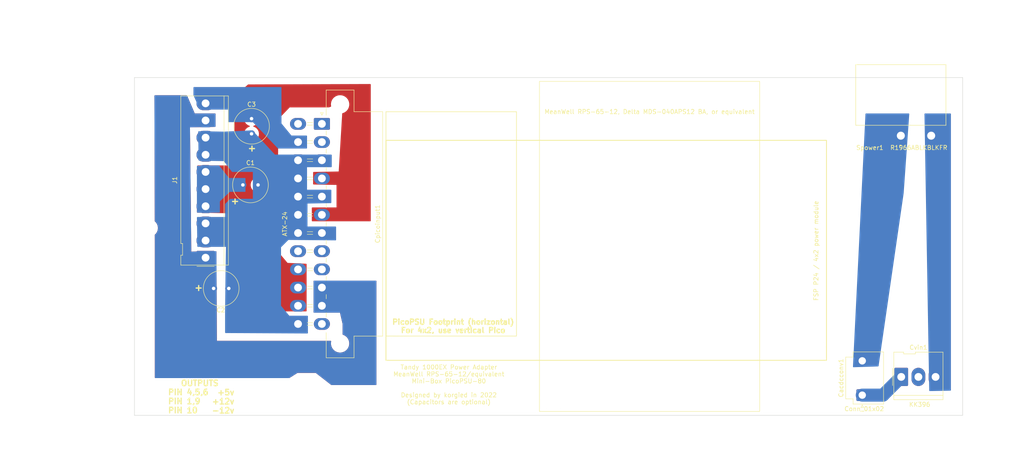
<source format=kicad_pcb>
(kicad_pcb (version 20211014) (generator pcbnew)
  (title_block (title "Tandy 1000EX Power Supply Adapter") (date "2022-09-28") (rev "1") (company "korgied"))
  (layers (0 "F.Cu" signal) (31 "B.Cu" signal) (34 "B.Paste" user) (35 "F.Paste" user) (36 "B.SilkS" user "B.Silkscreen") (37 "F.SilkS" user "F.Silkscreen") (38 "B.Mask" user) (39 "F.Mask" user) (44 "Edge.Cuts" user))
  (net 0 "")
  (net 1 "/neutral")
  (net 6 "/+12v")
  (net 7 "Earth")
  (net 8 "/-12v")
  (net 9 "/GND")
  (net 10 "/+5V")
  (net 11 "/hot")
  (net 12 "/switched_hot")
  (footprint "e-switch:SW_R1966ABLKBLKFR" (layer "F.Cu") (at 220.75 62.43)
    (fp_text reference "Spower1" (at -7.15 2.77) (layer "F.SilkS"))
    (fp_text value "R1966ABLKBLKFR" (at 4.15 2.77) (layer "F.SilkS"))
    (fp_line (start -10.4 -2.4) (end 10.4 -2.4) (layer "F.SilkS") (width 0.127))
    (fp_line (start -10.4 -16.4) (end 10.4 -16.4) (layer "F.SilkS") (width 0.127))
    (fp_line (start -10.4 -2.4) (end -10.4 -16.4) (layer "F.SilkS") (width 0.127))
    (fp_line (start 10.4 -16.4) (end 10.4 -2.4) (layer "F.SilkS") (width 0.127))
    (fp_circle (center -0.153 2.286) (end -0.053 2.286) (layer "F.SilkS") (width 0.2) (fill none))
    (pad "1" thru_hole rect locked (at 0 0) (size 2.775 2.775) (drill 1.85) (layers *.Cu *.Mask) (net 12 "/switched_hot"))
    (pad "1A" thru_hole circle locked (at 7 0) (size 2.775 2.775) (drill 1.85) (layers *.Cu *.Mask) (net 11 "/hot"))
  )
  (footprint "Connector_Molex:Molex_Mini-Fit_Jr_5569-24A1_2x12_P4.20mm_Horizontal" (layer "F.Cu") (at 87.225 59.7 -90)
    (fp_text reference "Cpicoinput1" (at 23.1 -12.85 90) (layer "F.SilkS"))
    (fp_text value "ATX-24" (at 23.1 8.55 90) (layer "F.SilkS"))
    (fp_line (start 20.7 2.11) (end 20.7 3.39) (layer "F.SilkS") (width 0.12))
    (fp_line (start 12.3 2.11) (end 12.3 3.39) (layer "F.SilkS") (width 0.12))
    (fp_line (start -2 0) (end -2.6 0.3) (layer "F.SilkS") (width 0.12))
    (fp_line (start -7.81 -0.99) (end -2 -0.99) (layer "F.SilkS") (width 0.12))
    (fp_line (start 41.7 2.11) (end 41.7 3.39) (layer "F.SilkS") (width 0.12))
    (fp_line (start 37.5 2.11) (end 37.5 3.39) (layer "F.SilkS") (width 0.12))
    (fp_line (start 18.41 -1) (end 19.39 -1) (layer "F.SilkS") (width 0.12))
    (fp_line (start 46.5 2.11) (end 46.5 3.39) (layer "F.SilkS") (width 0.12))
    (fp_line (start 35.21 -1) (end 36.19 -1) (layer "F.SilkS") (width 0.12))
    (fp_line (start 54.01 -0.99) (end 48.2 -0.99) (layer "F.SilkS") (width 0.12))
    (fp_line (start 54.01 -7.41) (end 54.01 -0.99) (layer "F.SilkS") (width 0.12))
    (fp_line (start 31.01 -1) (end 31.99 -1) (layer "F.SilkS") (width 0.12))
    (fp_line (start 33.3 2.11) (end 33.3 3.39) (layer "F.SilkS") (width 0.12))
    (fp_line (start 23.1 -14.01) (end 49.01 -14.01) (layer "F.SilkS") (width 0.12))
    (fp_line (start 49.01 -7.41) (end 54.01 -7.41) (layer "F.SilkS") (width 0.12))
    (fp_line (start 4.5 2.11) (end 4.5 3.39) (layer "F.SilkS") (width 0.12))
    (fp_line (start 42.3 2.11) (end 42.3 3.39) (layer "F.SilkS") (width 0.12))
    (fp_line (start 26.81 -1) (end 27.79 -1) (layer "F.SilkS") (width 0.12))
    (fp_line (start 29.1 2.11) (end 29.1 3.39) (layer "F.SilkS") (width 0.12))
    (fp_line (start 14.21 -1) (end 15.19 -1) (layer "F.SilkS") (width 0.12))
    (fp_line (start 23.1 -14.01) (end -2.81 -14.01) (layer "F.SilkS") (width 0.12))
    (fp_line (start 1.61 -1) (end 2.59 -1) (layer "F.SilkS") (width 0.12))
    (fp_line (start 45.9 2.11) (end 45.9 3.39) (layer "F.SilkS") (width 0.12))
    (fp_line (start -2.6 -0.3) (end -2 0) (layer "F.SilkS") (width 0.12))
    (fp_line (start 49.01 -14.01) (end 49.01 -7.41) (layer "F.SilkS") (width 0.12))
    (fp_line (start -7.81 -7.41) (end -7.81 -0.99) (layer "F.SilkS") (width 0.12))
    (fp_line (start 16.5 2.11) (end 16.5 3.39) (layer "F.SilkS") (width 0.12))
    (fp_line (start 33.9 2.11) (end 33.9 3.39) (layer "F.SilkS") (width 0.12))
    (fp_line (start 24.9 2.11) (end 24.9 3.39) (layer "F.SilkS") (width 0.12))
    (fp_line (start 10.01 -1) (end 10.99 -1) (layer "F.SilkS") (width 0.12))
    (fp_line (start -2.6 0.3) (end -2.6 -0.3) (layer "F.SilkS") (width 0.12))
    (fp_line (start 5.81 -1) (end 6.79 -1) (layer "F.SilkS") (width 0.12))
    (fp_line (start 39.41 -1) (end 40.39 -1) (layer "F.SilkS") (width 0.12))
    (fp_line (start 43.61 -1) (end 44.59 -1) (layer "F.SilkS") (width 0.12))
    (fp_line (start 0.3 2.11) (end 0.3 3.39) (layer "F.SilkS") (width 0.12))
    (fp_line (start 12.9 2.11) (end 12.9 3.39) (layer "F.SilkS") (width 0.12))
    (fp_line (start -2.81 -14.01) (end -2.81 -7.41) (layer "F.SilkS") (width 0.12))
    (fp_line (start 8.7 2.11) (end 8.7 3.39) (layer "F.SilkS") (width 0.12))
    (fp_line (start 25.5 2.11) (end 25.5 3.39) (layer "F.SilkS") (width 0.12))
    (fp_line (start 8.1 2.11) (end 8.1 3.39) (layer "F.SilkS") (width 0.12))
    (fp_line (start 29.7 2.11) (end 29.7 3.39) (layer "F.SilkS") (width 0.12))
    (fp_line (start -2.81 -7.41) (end -7.81 -7.41) (layer "F.SilkS") (width 0.12))
    (fp_line (start -0.3 2.11) (end -0.3 3.39) (layer "F.SilkS") (width 0.12))
    (fp_line (start 17.1 2.11) (end 17.1 3.39) (layer "F.SilkS") (width 0.12))
    (fp_line (start 21.3 2.11) (end 21.3 3.39) (layer "F.SilkS") (width 0.12))
    (fp_line (start 22.61 -1) (end 23.59 -1) (layer "F.SilkS") (width 0.12))
    (fp_line (start 38.1 2.11) (end 38.1 3.39) (layer "F.SilkS") (width 0.12))
    (fp_line (start 3.9 2.11) (end 3.9 3.39) (layer "F.SilkS") (width 0.12))
    (pad "" np_thru_hole circle (at -4.5 -4.2 270) (size 3.2 3.2) (drill 3.2) (layers F&B.Cu *.Mask))
    (pad "" np_thru_hole circle (at 50.7 -4.2 270) (size 3.2 3.2) (drill 3.2) (layers *.Cu *.Mask))
    (pad "1" thru_hole roundrect (at 0 0 270) (size 2.7 3.7) (drill 1.8) (layers *.Cu *.Mask) (roundrect_rratio 0.09259296296))
    (pad "2" thru_hole oval (at 4.2 0 270) (size 2.7 3.7) (drill 1.8) (layers *.Cu *.Mask))
    (pad "3" thru_hole oval (at 8.4 0 270) (size 2.7 3.7) (drill 1.8) (layers *.Cu *.Mask) (net 9 "/GND"))
    (pad "4" thru_hole oval (at 12.6 0 270) (size 2.7 3.7) (drill 1.8) (layers *.Cu *.Mask) (net 10 "/+5V"))
    (pad "5" thru_hole oval (at 16.8 0 270) (size 2.7 3.7) (drill 1.8) (layers *.Cu *.Mask) (net 9 "/GND"))
    (pad "6" thru_hole oval (at 21 0 270) (size 2.7 3.7) (drill 1.8) (layers *.Cu *.Mask) (net 10 "/+5V"))
    (pad "7" thru_hole oval (at 25.2 0 270) (size 2.7 3.7) (drill 1.8) (layers *.Cu *.Mask) (net 9 "/GND"))
    (pad "8" thru_hole oval (at 29.4 0 270) (size 2.7 3.7) (drill 1.8) (layers *.Cu *.Mask))
    (pad "9" thru_hole oval (at 33.6 0 270) (size 2.7 3.7) (drill 1.8) (layers *.Cu *.Mask))
    (pad "10" thru_hole oval (at 37.8 0 270) (size 2.7 3.7) (drill 1.8) (layers *.Cu *.Mask) (net 6 "/+12v"))
    (pad "11" thru_hole oval (at 42 0 270) (size 2.7 3.7) (drill 1.8) (layers *.Cu *.Mask) (net 6 "/+12v"))
    (pad "12" thru_hole oval (at 46.2 0 270) (size 2.7 3.7) (drill 1.8) (layers *.Cu *.Mask))
    (pad "13" thru_hole oval (at 0 5.5 270) (size 2.7 3.7) (drill 1.8) (layers *.Cu *.Mask))
    (pad "14" thru_hole oval (at 4.2 5.5 270) (size 2.7 3.7) (drill 1.8) (layers *.Cu *.Mask) (net 8 "/-12v"))
    (pad "15" thru_hole oval (at 8.4 5.5 270) (size 2.7 3.7) (drill 1.8) (layers *.Cu *.Mask) (net 9 "/GND"))
    (pad "16" thru_hole oval (at 12.6 5.5 270) (size 2.7 3.7) (drill 1.8) (layers *.Cu *.Mask) (net 9 "/GND"))
    (pad "17" thru_hole oval (at 16.8 5.5 270) (size 2.7 3.7) (drill 1.8) (layers *.Cu *.Mask) (net 9 "/GND"))
    (pad "18" thru_hole oval (at 21 5.5 270) (size 2.7 3.7) (drill 1.8) (layers *.Cu *.Mask) (net 9 "/GND"))
    (pad "19" thru_hole oval (at 25.2 5.5 270) (size 2.7 3.7) (drill 1.8) (layers *.Cu *.Mask) (net 9 "/GND"))
    (pad "20" thru_hole oval (at 29.4 5.5 270) (size 2.7 3.7) (drill 1.8) (layers *.Cu *.Mask))
    (pad "21" thru_hole oval (at 33.6 5.5 270) (size 2.7 3.7) (drill 1.8) (layers *.Cu *.Mask) (net 10 "/+5V"))
    (pad "22" thru_hole oval (at 37.8 5.5 270) (size 2.7 3.7) (drill 1.8) (layers *.Cu *.Mask) (net 10 "/+5V"))
    (pad "23" thru_hole oval (at 42 5.5 270) (size 2.7 3.7) (drill 1.8) (layers *.Cu *.Mask) (net 10 "/+5V"))
    (pad "24" thru_hole oval (at 46.2 5.5 270) (size 2.7 3.7) (drill 1.8) (layers *.Cu *.Mask) (net 9 "/GND"))
  )
  (footprint "Capacitor_THT:C_Radial_D8.0mm_H7.0mm_P3.50mm" (layer "F.Cu") (at 72.5 73.8 180)
    (fp_text reference "C1" (at 1.75 5.1) (layer "F.SilkS"))
    (fp_text value "330u 25v" hide)
    (fp_circle (center 1.75 0) (end 5.87 0) (layer "F.SilkS") (width 0.12) (fill none))
    (pad "1" thru_hole circle (at 0 0 180) (size 1.6 1.6) (drill 0.8) (layers *.Cu *.Mask) (net 9 "/GND") (clearance 0.9))
    (pad "2" thru_hole circle (at 3.5 0 180) (size 1.6 1.6) (drill 0.8) (layers *.Cu *.Mask) (net 10 "/+5V"))
  )
  (footprint "Connector_JST:JST_VH_B2P3-VH_1x02_P7.92mm_Vertical" (layer "F.Cu") (at 211.85 122.3375 90)
    (fp_text reference "Cacdcconv1" (at 3.96 -4.9 90) (layer "F.SilkS"))
    (fp_text value "Conn_01x02" (at -3.1625 0.45 180) (layer "F.SilkS"))
    (fp_line (start -0.86 -3.81) (end 8.78 -3.81) (layer "F.SilkS") (width 0.12))
    (fp_line (start -2.86 -0.3) (end -2.26 0) (layer "F.SilkS") (width 0.12))
    (fp_line (start 9.98 -2.11) (end 9.98 4.91) (layer "F.SilkS") (width 0.12))
    (fp_line (start -2.06 -2.11) (end -0.86 -2.11) (layer "F.SilkS") (width 0.12))
    (fp_line (start -0.86 -2.11) (end -0.86 -3.81) (layer "F.SilkS") (width 0.12))
    (fp_line (start 8.78 -3.81) (end 8.78 -2.11) (layer "F.SilkS") (width 0.12))
    (fp_line (start -2.86 0.3) (end -2.86 -0.3) (layer "F.SilkS") (width 0.12))
    (fp_line (start 8.78 -2.11) (end 9.98 -2.11) (layer "F.SilkS") (width 0.12))
    (fp_line (start -2.26 0) (end -2.86 0.3) (layer "F.SilkS") (width 0.12))
    (fp_line (start 9.98 4.91) (end -2.06 4.91) (layer "F.SilkS") (width 0.12))
    (fp_line (start -2.06 4.91) (end -2.06 -2.11) (layer "F.SilkS") (width 0.12))
    (pad "1" thru_hole roundrect (at 0 0 90) (size 2.7 2.7) (drill 1.7) (layers *.Cu *.Mask) (roundrect_rratio 0.09259296296) (net 1 "/neutral"))
    (pad "2" thru_hole circle (at 7.92 0 90) (size 2.7 2.7) (drill 1.7) (layers *.Cu *.Mask) (net 12 "/switched_hot"))
  )
  (footprint "MountingHole:MountingHole_4mm" (layer "F.Cu") (at 84 122.65)
    (fp_text reference "REF**" hide)
    (fp_text value "MountingHole_4mm" hide)
    (pad "" np_thru_hole circle (at 0 0) (size 4 4) (drill 4) (layers *.Cu *.Mask))
  )
  (footprint "MountingHole:MountingHole_3mm" (layer "F.Cu") (at 47.4 83.75)
    (fp_text reference "REF**" hide)
    (fp_text value "MountingHole_3mm" hide)
    (pad "" np_thru_hole circle (at 0 0) (size 3 3) (drill 3) (layers *.Cu *.Mask))
  )
  (footprint "MeanWell:RPS-65-12" (layer "F.Cu") (at 188.2 49.9 -90)
    (fp_text reference "REF**" hide)
    (fp_text value "MeanWell RPS-65-12, Delta MDS-040APS12 BA, or equivalent" (at 7 25.4 unlocked) (layer "F.SilkS"))
    (fp_rect (start 0 0) (end 76.2 50.8) (layer "F.SilkS") (width 0.12) (fill none))
    (pad "" np_thru_hole circle (at 73.025 47.625 270) (size 4.55 4.55) (drill 4.55) (layers F&B.Cu *.Mask))
    (pad "" np_thru_hole circle (at 73.025 3.125 270) (size 4.55 4.55) (drill 4.55) (layers F&B.Cu *.Mask))
    (pad "" np_thru_hole circle (at 3.175 3.175 270) (size 4.55 4.55) (drill 4.55) (layers F&B.Cu *.Mask))
    (pad "" np_thru_hole circle (at 3.175 47.625 270) (size 4.55 4.55) (drill 4.55) (layers F&B.Cu *.Mask))
  )
  (footprint "Capacitor_THT:C_Radial_D8.0mm_H7.0mm_P3.50mm" (layer "F.Cu") (at 71 62 90)
    (fp_text reference "C3" (at 6.8 0 180) (layer "F.SilkS"))
    (fp_text value "330u 25v" hide)
    (fp_circle (center 1.75 0) (end 5.87 0) (layer "F.SilkS") (width 0.12) (fill none))
    (pad "1" thru_hole circle (at 0 0 90) (size 1.6 1.6) (drill 0.8) (layers *.Cu *.Mask) (net 9 "/GND") (clearance 0.9))
    (pad "2" thru_hole circle (at 3.5 0 90) (size 1.6 1.6) (drill 0.8) (layers *.Cu *.Mask) (net 8 "/-12v") (clearance 0.9))
  )
  (footprint "Connector_Molex:Molex_KK-396_5273-03A_1x03_P3.96mm_Vertical" (layer "F.Cu") (at 220.84 118.125)
    (fp_text reference "Cvin1" (at 3.96 -6.8) (layer "F.SilkS"))
    (fp_text value "Conn_01x03" hide)
    (fp_text user "KK396" (at 4.26 6.375) (layer "F.SilkS"))
    (fp_line (start 3.27 -5.31) (end 3.27 -5.71) (layer "F.SilkS") (width 0.12))
    (fp_line (start -1.71 5.26) (end -1.71 4.26) (layer "F.SilkS") (width 0.12))
    (fp_line (start 9.63 -5.71) (end 9.63 5.26) (layer "F.SilkS") (width 0.12))
    (fp_line (start 0.57 -5.31) (end 3.27 -5.31) (layer "F.SilkS") (width 0.12))
    (fp_line (start 9.63 5.26) (end -1.71 5.26) (layer "F.SilkS") (width 0.12))
    (fp_line (start 3.27 -5.71) (end 9.63 -5.71) (layer "F.SilkS") (width 0.12))
    (fp_line (start -1.71 4.26) (end -1.71 -5.71) (layer "F.SilkS") (width 0.12))
    (fp_line (start -1.71 -5.71) (end 0.57 -5.71) (layer "F.SilkS") (width 0.12))
    (fp_line (start -2 -2) (end -2 2) (layer "F.SilkS") (width 0.12))
    (fp_line (start 0.57 -5.71) (end 0.57 -5.31) (layer "F.SilkS") (width 0.12))
    (fp_line (start -1.71 4.26) (end 9.63 4.26) (layer "F.SilkS") (width 0.12))
    (pad "1" thru_hole roundrect (at 0 0) (size 3.16 4.2) (drill 1.8) (layers *.Cu *.Mask) (roundrect_rratio 0.07911392405) (net 1 "/neutral"))
    (pad "2" thru_hole oval (at 3.96 0) (size 3.16 4.2) (drill 1.8) (layers *.Cu *.Mask) (net 7 "Earth"))
    (pad "3" thru_hole oval (at 7.92 0) (size 3.16 4.2) (drill 1.8) (layers *.Cu *.Mask) (net 11 "/hot"))
  )
  (footprint "Capacitor_THT:C_Radial_D8.0mm_H7.0mm_P3.50mm" (layer "F.Cu") (at 62.25 97.7)
    (fp_text reference "C2" (at 1.65 5) (layer "F.SilkS"))
    (fp_text value "330u 25v" hide)
    (fp_circle (center 1.75 0) (end 5.87 0) (layer "F.SilkS") (width 0.12) (fill none))
    (pad "1" thru_hole circle (at 0 0) (size 1.6 1.6) (drill 0.8) (layers *.Cu *.Mask) (net 6 "/+12v"))
    (pad "2" thru_hole circle (at 3.5 0) (size 1.6 1.6) (drill 0.8) (layers *.Cu *.Mask) (net 9 "/GND"))
  )
  (footprint "MountingHole:MountingHole_4mm" (layer "F.Cu") (at 194 122.65)
    (fp_text reference "REF**" hide)
    (fp_text value "MountingHole_4mm" hide)
    (pad "" np_thru_hole circle (at 0 0) (size 4 4) (drill 4) (layers *.Cu *.Mask))
  )
  (footprint "Connector_Molex:Molex_KK-396_5273-10A_1x10_P3.96mm_Vertical" (layer "F.Cu") (at 60.4 90.6 90)
    (fp_text reference "J1" (at 17.9 -7.1 90) (layer "F.SilkS"))
    (fp_text value "Coutput")
    (fp_line (start 37.35 5.26) (end -1.71 5.26) (layer "F.SilkS") (width 0.12))
    (fp_line (start -2 -2) (end -2 2) (layer "F.SilkS") (width 0.12))
    (fp_line (start -1.71 -5.71) (end 0.57 -5.71) (layer "F.SilkS") (width 0.12))
    (fp_line (start -1.71 5.26) (end -1.71 4.26) (layer "F.SilkS") (width 0.12))
    (fp_line (start -1.71 4.26) (end -1.71 -5.71) (layer "F.SilkS") (width 0.12))
    (fp_line (start 0.57 -5.31) (end 3.27 -5.31) (layer "F.SilkS") (width 0.12))
    (fp_line (start 0.57 -5.71) (end 0.57 -5.31) (layer "F.SilkS") (width 0.12))
    (fp_line (start -1.71 4.26) (end 37.35 4.26) (layer "F.SilkS") (width 0.12))
    (fp_line (start 3.27 -5.71) (end 37.35 -5.71) (layer "F.SilkS") (width 0.12))
    (fp_line (start 3.27 -5.31) (end 3.27 -5.71) (layer "F.SilkS") (width 0.12))
    (fp_line (start 37.35 -5.71) (end 37.35 5.26) (layer "F.SilkS") (width 0.12))
    (pad "1" thru_hole roundrect (at 0 0 90) (size 3.16 4.2) (drill 1.8) (layers *.Cu *.Mask) (roundrect_rratio 0.07911392405) (net 6 "/+12v"))
    (pad "2" thru_hole oval (at 3.96 0 90) (size 3.16 4.2) (drill 1.8) (layers *.Cu *.Mask) (net 9 "/GND"))
    (pad "3" thru_hole oval (at 7.92 0 90) (size 3.16 4.2) (drill 1.8) (layers *.Cu *.Mask) (net 9 "/GND"))
    (pad "4" thru_hole oval (at 11.88 0 90) (size 3.16 4.2) (drill 1.8) (layers *.Cu *.Mask) (net 10 "/+5V"))
    (pad "5" thru_hole oval (at 15.84 0 90) (size 3.16 4.2) (drill 1.8) (layers *.Cu *.Mask) (net 10 "/+5V"))
    (pad "6" thru_hole oval (at 19.8 0 90) (size 3.16 4.2) (drill 1.8) (layers *.Cu *.Mask) (net 10 "/+5V"))
    (pad "7" thru_hole oval (at 23.76 0 90) (size 3.16 4.2) (drill 1.8) (layers *.Cu *.Mask) (net 9 "/GND"))
    (pad "8" thru_hole oval (at 27.72 0 90) (size 3.16 4.2) (drill 1.8) (layers *.Cu *.Mask) (net 9 "/GND"))
    (pad "9" thru_hole oval (at 31.68 0 90) (size 3.16 4.2) (drill 1.8) (layers *.Cu *.Mask) (net 6 "/+12v"))
    (pad "10" thru_hole oval (at 35.64 0 90) (size 3.16 4.2) (drill 1.8) (layers *.Cu *.Mask) (net 8 "/-12v"))
  )
  (footprint "Converter_ACDC_korgie:FSP_P24A_101.6x50.8" (layer "F.Cu") (at 102 63.5)
    (fp_text reference "FSP P24 / 4x2 power module" (at 99.2 25.5 90 unlocked) (layer "F.SilkS"))
    (fp_text value "FSP_P24A_101.6x50.8")
    (fp_rect (start 0 0) (end 101.6 50.8) (layer "F.SilkS") (width 0.2) (fill none))
    (pad "" np_thru_hole circle (at 3.175 47.625) (size 4.6 4.6) (drill 4.6) (layers F&B.Cu *.Mask))
    (pad "" np_thru_hole circle (at 98.425 47.625) (size 4.6 4.6) (drill 4.6) (layers F&B.Cu *.Mask))
    (pad "" np_thru_hole circle (at 98.625 3.175) (size 4.6 4.6) (drill 4.6) (layers F&B.Cu *.Mask))
    (pad "" np_thru_hole circle (at 3.175 3.175) (size 4.6 4.6) (drill 4.6) (layers F&B.Cu *.Mask))
  )
  (gr_rect (start 102 108.7) (end 132.1 56.9) (layer "F.SilkS") (width 0.15) (fill none))
  (gr_line (start 235 127) (end 44 127) (layer "Edge.Cuts") (width 0.1))
  (gr_line (start 44 127) (end 44 49) (layer "Edge.Cuts") (width 0.1))
  (gr_line (start 44 49) (end 235 49) (layer "Edge.Cuts") (width 0.1))
  (gr_line (start 235 49) (end 235 127) (layer "Edge.Cuts") (width 0.1))
  (gr_text "   OUTPUTS\nPIN 4,5,6\nPIN 1,9\nPIN 10" (at 51.6 122.7) (layer "F.SilkS") (effects (font (size 1.3 1.3) (thickness 0.3)) (justify left)))
  (gr_text "PicoPSU Footprint (horizontal)\nFor 4x2, use vertical Pico" (at 117.5 106.4) (layer "F.SilkS") (effects (font (size 1.2 1.2) (thickness 0.3))))
  (gr_text "+" (at 67.2 77.5) (layer "F.SilkS") (effects (font (size 1.5 1.5) (thickness 0.3)) (justify mirror)))
  (gr_text "+5v\n+12v\n-12v" (at 67.2 123.8) (layer "F.SilkS") (effects (font (size 1.3 1.3) (thickness 0.3)) (justify right)))
  (gr_text "+" (at 71.1 65.3) (layer "F.SilkS") (effects (font (size 1.5 1.5) (thickness 0.3)) (justify mirror)))
  (gr_text "+" (at 58.8 97.5) (layer "F.SilkS") (effects (font (size 1.5 1.5) (thickness 0.3)) (justify mirror)))
  (gr_text "Tandy 1000EX Power Adapter\nMeanWell RPS-65-12/equivalent\nMini-Box PicoPSU-80\n\nDesigned by korgied in 2022\n(Capacitors are optional)" (at 116.5 119.9) (layer "F.SilkS") (effects (font (size 1 1))))
  (segment (start 211.85 122.3375) (end 216.6275 122.3375) (width 3) (layer "B.Cu") (net 1))
  (segment (start 216.6275 122.3375) (end 220.84 118.125) (width 3) (layer "B.Cu") (net 1))
  (segment (start 54.62 58.92) (end 54.6 58.9) (width 0.25) (layer "F.Cu") (net 6))
  (segment (start 54.6 58.9) (end 54.5 59) (width 0.25) (layer "F.Cu") (net 6))
  (segment (start 60.2575 59.0625) (end 60.4 58.92) (width 1.5) (layer "B.Cu") (net 6))
  (segment (start 60.75 66.49) (end 60.4 66.84) (width 3) (layer "B.Cu") (net 9))
  (zone (net 6) (net_name "/+12v") (layers F&B.Cu) (connect_pads yes (clearance 0.508)) (min_thickness 0.254) (fill yes (thermal_gap 0.508) (thermal_bridge_width 0.508))
    (polygon (pts (xy 63 109.8) (xy 88.1 109.8) (xy 89.6 109.8) (xy 92 108.6) (xy 92 105.9) (xy 91.4 103.3) (xy 85.3 103.3) (xy 85.3 95.9) (xy 99.8 95.9) (xy 99.8 120) (xy 89.4 120) (xy 85.8 117.2) (xy 81.6 117.2) (xy 79.7 118.4) (xy 48.7 118.4) (xy 48.7 87.5) (xy 48.6 53.1) (xy 56.1 53.1) (xy 57.9 57.3) (xy 62.7 57.3) (xy 62.7 60.4) (xy 56.8 60.5) (xy 57.1 89.2) (xy 62.9 89.1)))
  )
  (zone (net 10) (net_name "/+5V") (layer "F.Cu") (connect_pads yes (clearance 0.508)) (min_thickness 0.254) (fill yes (thermal_gap 0.508) (thermal_bridge_width 0.508))
    (polygon (pts (xy 76.7 88.7) (xy 79.3 91.8) (xy 83.7 92) (xy 83.7 103) (xy 72.7 103) (xy 68.1 99.8) (xy 68 80.4) (xy 58.4 80.2) (xy 58.5 69.3) (xy 67 69.3) (xy 67.1 53.3) (xy 70.2 50.6) (xy 98.5 50.5) (xy 98.5 56.3) (xy 98.5 82.2) (xy 84.9 82.2) (xy 84.9 79) (xy 90.6 79) (xy 90.6 73.8) (xy 85.2 73.7) (xy 85.2 70.8) (xy 91.1 70.7) (xy 91.9 57.5) (xy 91.8 55) (xy 88.8 55.9) (xy 79.8 55.9) (xy 77.2 58.6) (xy 77.1 69.3)))
  )
  (zone (net 9) (net_name "/GND") (layer "B.Cu") (connect_pads yes (clearance 0.508)) (min_thickness 0.254) (fill yes (thermal_gap 0.508) (thermal_bridge_width 0.508))
    (polygon (pts (xy 76.4 66.8) (xy 89.5 66.8) (xy 89.5 69.7) (xy 83.8 69.7) (xy 83.8 74.9) (xy 89.4 74.9) (xy 89.4 78) (xy 83.9 78.1) (xy 83.9 83.4) (xy 90.5 83.4) (xy 90.5 86.6) (xy 79.5 86.5) (xy 77.8 88.2) (xy 77.8 101.7) (xy 79.7 104) (xy 84 104) (xy 84 108.1) (xy 64.9 108) (xy 64.9 103.2) (xy 65 94.3) (xy 65.1 88.1) (xy 58.500042 88.102898) (xy 58.400042 81.202898) (xy 64.9 81.2) (xy 64.9 78.2) (xy 66.1 77) (xy 71.3 77) (xy 71.3 70.8) (xy 66.5 70.8) (xy 65.5 69.5) (xy 64.6 68.3) (xy 58.8 68.2) (xy 58.7 61.4) (xy 64.7 61.5) (xy 71.2 61.2)))
  )
  (zone (net 12) (net_name "/switched_hot") (layer "B.Cu") (connect_pads yes (clearance 0.508)) (min_thickness 0.254) (fill yes (thermal_gap 0.508) (thermal_bridge_width 0.508))
    (polygon (pts (xy 221.4 75.7) (xy 215.6 115.7) (xy 209.7 115.9) (xy 212.6 57.3) (xy 222.7 57.3)))
  )
  (zone (net 10) (net_name "/+5V") (layer "B.Cu") (connect_pads yes (clearance 0.508)) (min_thickness 0.254) (fill yes (thermal_gap 0.508) (thermal_bridge_width 0.508))
    (polygon (pts (xy 63.5 69.3) (xy 65.8 72.2) (xy 69.6 72.2) (xy 69.6 75.4) (xy 66 75.4) (xy 63.7 77.6) (xy 63.7 80.2) (xy 58.4 80.2) (xy 58.4 69.4) (xy 62.5 69.3)))
  )
  (zone (net 11) (net_name "/hot") (layer "B.Cu") (connect_pads yes (clearance 0.508)) (min_thickness 0.254) (fill yes (thermal_gap 0.508) (thermal_bridge_width 0.508))
    (polygon (pts (xy 232.3 121.3) (xy 227.3 121.4) (xy 226.2 57.3) (xy 232.3 57.3)))
  )
  (zone (net 8) (net_name "/-12v") (layer "B.Cu") (connect_pads yes (clearance 0.508)) (min_thickness 0.254) (fill yes (thermal_gap 0.508) (thermal_bridge_width 0.508))
    (polygon (pts (xy 77.9 59.6) (xy 80.2 62.4) (xy 83.8 62.4) (xy 83.8 65.4) (xy 77.1 65.4) (xy 71.3 59.3) (xy 65.6 59.3) (xy 65.6 56.4) (xy 59.1 56.4) (xy 57.6 53.1) (xy 57.6 51.2) (xy 77.9 51.2)))
  )
)
</source>
